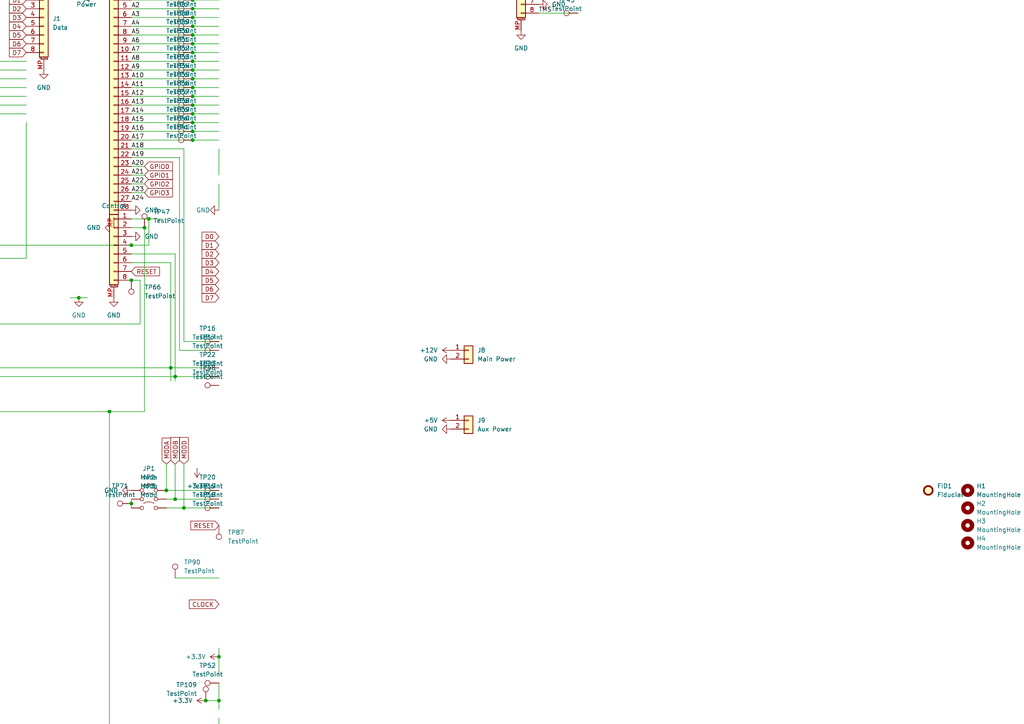
<source format=kicad_sch>
(kicad_sch (version 20250114) (generator "eeschema") (generator_version "9.0")
  (paper "A4")
  (junction (at 31.75 -10.16))
  (junction (at 55.88 40.64))
  (junction (at 38.1 71.12))
  (junction (at 63.5 210.82))
  (junction (at 48.26 142.24))
  (junction (at 55.88 15.24))
  (junction (at 38.1 146.05))
  (junction (at 55.88 5.08))
  (junction (at 41.91 66.04))
  (junction (at 55.88 33.02))
  (junction (at 55.88 0))
  (junction (at 50.8 109.22))
  (junction (at -38.1 16.51))
  (junction (at 55.88 17.78))
  (junction (at 55.88 30.48))
  (junction (at -22.86 36.83))
  (junction (at 59.69 203.2))
  (junction (at 55.88 7.62))
  (junction (at 38.1 -6.35))
  (junction (at 31.75 119.38))
  (junction (at 50.8 144.78))
  (junction (at 55.88 2.54))
  (junction (at 21.59 -10.16))
  (junction (at 55.88 25.4))
  (junction (at 257.81 257.81))
  (junction (at 22.86 86.36))
  (junction (at 63.5 203.2))
  (junction (at 63.5 190.5))
  (junction (at 49.53 106.68))
  (junction (at 55.88 22.86))
  (junction (at 38.1 81.28))
  (junction (at 24.13 -10.16))
  (junction (at 24.13 -22.86))
  (junction (at 53.34 147.32))
  (junction (at 55.88 27.94))
  (junction (at 24.13 -15.24))
  (junction (at 55.88 10.16))
  (junction (at 55.88 38.1))
  (junction (at 55.88 35.56))
  (junction (at 55.88 -2.54))
  (junction (at 55.88 12.7))
  (junction (at 55.88 20.32))
  (junction (at 43.18 63.5))
  (wire (pts (xy 55.88 35.56) (xy 63.5 35.56)))
  (wire (pts (xy 38.1 5.08) (xy 55.88 5.08)))
  (wire (pts (xy 49.53 76.2) (xy 49.53 106.68)))
  (wire (pts (xy -48.26 21.59) (xy -38.1 21.59)))
  (wire (pts (xy -3.81 69.85) (xy -48.26 69.85)))
  (wire (pts (xy 63.5 210.82) (xy 63.5 215.9)))
  (wire (pts (xy -6.35 57.15) (xy -48.26 57.15)))
  (wire (pts (xy 38.1 22.86) (xy 55.88 22.86)))
  (wire (pts (xy 31.75 -10.16) (xy 31.75 -15.24)))
  (wire (pts (xy 48.26 147.32) (xy 53.34 147.32)))
  (wire (pts (xy 38.1 73.66) (xy 50.8 73.66)))
  (wire (pts (xy 21.59 -10.16) (xy 21.59 -12.7)))
  (wire (pts (xy 38.1 20.32) (xy 55.88 20.32)))
  (wire (pts (xy 341.63 185.42) (xy 353.06 185.42)))
  (wire (pts (xy -16.51 17.78) (xy -16.51 29.21)))
  (wire (pts (xy 55.88 7.62) (xy 63.5 7.62)))
  (wire (pts (xy 41.91 66.04) (xy 41.91 119.38)))
  (wire (pts (xy 7.62 30.48) (xy -5.08 30.48)))
  (wire (pts (xy 63.5 187.96) (xy 63.5 190.5)))
  (wire (pts (xy 50.8 167.64) (xy 63.5 167.64)))
  (wire (pts (xy -48.26 -21.59) (xy -30.48 -21.59)))
  (wire (pts (xy 20.32 86.36) (xy 22.86 86.36)))
  (wire (pts (xy 55.88 12.7) (xy 63.5 12.7)))
  (wire (pts (xy -35.56 106.68) (xy -35.56 80.01)))
  (wire (pts (xy 63.5 53.34) (xy 63.5 60.96)))
  (wire (pts (xy 53.34 147.32) (xy 63.5 147.32)))
  (wire (pts (xy 55.88 30.48) (xy 63.5 30.48)))
  (wire (pts (xy 50.8 109.22) (xy 63.5 109.22)))
  (wire (pts (xy -38.1 109.22) (xy -38.1 82.55)))
  (wire (pts (xy -35.56 80.01) (xy -48.26 80.01)))
  (wire (pts (xy 59.69 210.82) (xy 63.5 210.82)))
  (wire (pts (xy -30.48 -21.59) (xy -30.48 119.38)))
  (wire (pts (xy 24.13 -10.16) (xy 26.67 -10.16)))
  (wire (pts (xy 55.88 -2.54) (xy 63.5 -2.54)))
  (wire (pts (xy 24.13 -15.24) (xy 24.13 -10.16)))
  (wire (pts (xy 48.26 134.62) (xy 48.26 142.24)))
  (wire (pts (xy 38.1 10.16) (xy 55.88 10.16)))
  (wire (pts (xy -8.89 46.99) (xy -48.26 46.99)))
  (wire (pts (xy 38.1 146.05) (xy 38.1 147.32)))
  (wire (pts (xy 38.1 25.4) (xy 55.88 25.4)))
  (wire (pts (xy 41.91 48.26) (xy 38.1 48.26)))
  (wire (pts (xy 49.53 106.68) (xy -35.56 106.68)))
  (wire (pts (xy 24.13 -22.86) (xy 24.13 -15.24)))
  (wire (pts (xy 49.53 106.68) (xy 49.53 110.49)))
  (wire (pts (xy 7.62 74.93) (xy -48.26 74.93)))
  (wire (pts (xy -8.89 25.4) (xy -8.89 46.99)))
  (wire (pts (xy 55.88 27.94) (xy 63.5 27.94)))
  (wire (pts (xy -26.67 16.51) (xy -38.1 16.51)))
  (wire (pts (xy 7.62 17.78) (xy -16.51 17.78)))
  (wire (pts (xy 38.1 71.12) (xy 43.18 71.12)))
  (wire (pts (xy 52.07 101.6) (xy 63.5 101.6)))
  (wire (pts (xy 38.1 7.62) (xy 55.88 7.62)))
  (wire (pts (xy 55.88 0) (xy 63.5 0)))
  (wire (pts (xy 31.75 -10.16) (xy 34.29 -10.16)))
  (wire (pts (xy -6.35 27.94) (xy -6.35 57.15)))
  (wire (pts (xy 38.1 35.56) (xy 55.88 35.56)))
  (wire (pts (xy 38.1 -6.35) (xy 38.1 -5.08)))
  (wire (pts (xy 63.5 43.18) (xy 63.5 50.8)))
  (wire (pts (xy -13.97 20.32) (xy -13.97 34.29)))
  (wire (pts (xy 55.88 33.02) (xy 63.5 33.02)))
  (wire (pts (xy -26.67 71.12) (xy -26.67 16.51)))
  (wire (pts (xy 41.91 66.04) (xy 38.1 66.04)))
  (wire (pts (xy -11.43 22.86) (xy -11.43 41.91)))
  (wire (pts (xy -22.86 36.83) (xy -22.86 52.07)))
  (wire (pts (xy -48.26 36.83) (xy -22.86 36.83)))
  (wire (pts (xy 248.92 250.19) (xy 257.81 250.19)))
  (wire (pts (xy 63.5 203.2) (xy 63.5 205.74)))
  (wire (pts (xy 53.34 43.18) (xy 38.1 43.18)))
  (wire (pts (xy 38.1 15.24) (xy 55.88 15.24)))
  (wire (pts (xy 52.07 101.6) (xy 52.07 45.72)))
  (wire (pts (xy 31.75 231.14) (xy 181.61 231.14)))
  (wire (pts (xy -3.81 33.02) (xy -3.81 69.85)))
  (wire (pts (xy 345.44 140.97) (xy 351.79 140.97)))
  (wire (pts (xy -13.97 34.29) (xy -48.26 34.29)))
  (wire (pts (xy -5.08 62.23) (xy -48.26 62.23)))
  (wire (pts (xy 40.64 93.98) (xy -3.81 93.98)))
  (wire (pts (xy 248.92 257.81) (xy 257.81 257.81)))
  (wire (pts (xy 50.8 109.22) (xy -38.1 109.22)))
  (wire (pts (xy 248.92 255.27) (xy 257.81 255.27)))
  (wire (pts (xy 156.21 -11.43) (xy 167.64 -11.43)))
  (wire (pts (xy 55.88 10.16) (xy 63.5 10.16)))
  (wire (pts (xy 22.86 86.36) (xy 25.4 86.36)))
  (wire (pts (xy -30.48 119.38) (xy 31.75 119.38)))
  (wire (pts (xy 7.62 22.86) (xy -11.43 22.86)))
  (wire (pts (xy 7.62 35.56) (xy 7.62 74.93)))
  (wire (pts (xy 156.21 -1.27) (xy 167.64 -1.27)))
  (wire (pts (xy 53.34 99.06) (xy 53.34 43.18)))
  (wire (pts (xy -48.26 52.07) (xy -22.86 52.07)))
  (wire (pts (xy 38.1 2.54) (xy 55.88 2.54)))
  (wire (pts (xy 41.91 55.88) (xy 38.1 55.88)))
  (wire (pts (xy 63.5 190.5) (xy 63.5 195.58)))
  (wire (pts (xy 41.91 50.8) (xy 38.1 50.8)))
  (wire (pts (xy 38.1 40.64) (xy 55.88 40.64)))
  (wire (pts (xy 309.88 115.57) (xy 309.88 106.68)))
  (wire (pts (xy -17.78 -19.05) (xy -48.26 -19.05)))
  (wire (pts (xy 7.62 20.32) (xy -13.97 20.32)))
  (wire (pts (xy 41.91 119.38) (xy 31.75 119.38)))
  (wire (pts (xy 38.1 17.78) (xy 55.88 17.78)))
  (wire (pts (xy 43.18 63.5) (xy 46.99 63.5)))
  (wire (pts (xy 38.1 76.2) (xy 49.53 76.2)))
  (wire (pts (xy 55.88 25.4) (xy 63.5 25.4)))
  (wire (pts (xy -5.08 30.48) (xy -5.08 62.23)))
  (wire (pts (xy 55.88 20.32) (xy 63.5 20.32)))
  (wire (pts (xy 156.21 -6.35) (xy 167.64 -6.35)))
  (wire (pts (xy 38.1 81.28) (xy 40.64 81.28)))
  (wire (pts (xy 248.92 252.73) (xy 257.81 252.73)))
  (wire (pts (xy 52.07 45.72) (xy 38.1 45.72)))
  (wire (pts (xy 38.1 33.02) (xy 55.88 33.02)))
  (wire (pts (xy 50.8 144.78) (xy 63.5 144.78)))
  (wire (pts (xy 41.91 53.34) (xy 38.1 53.34)))
  (wire (pts (xy 59.69 203.2) (xy 63.5 203.2)))
  (wire (pts (xy 21.59 -12.7) (xy -17.78 -12.7)))
  (wire (pts (xy -11.43 41.91) (xy -48.26 41.91)))
  (wire (pts (xy 43.18 63.5) (xy 38.1 63.5)))
  (wire (pts (xy 38.1 27.94) (xy 55.88 27.94)))
  (wire (pts (xy 55.88 38.1) (xy 63.5 38.1)))
  (wire (pts (xy 55.88 40.64) (xy 63.5 40.64)))
  (wire (pts (xy 49.53 106.68) (xy 63.5 106.68)))
  (wire (pts (xy -38.1 21.59) (xy -38.1 16.51)))
  (wire (pts (xy 31.75 119.38) (xy 31.75 231.14)))
  (wire (pts (xy -38.1 82.55) (xy -48.26 82.55)))
  (wire (pts (xy 50.8 109.22) (xy 50.8 110.49)))
  (wire (pts (xy 7.62 25.4) (xy -8.89 25.4)))
  (wire (pts (xy 55.88 15.24) (xy 63.5 15.24)))
  (wire (pts (xy 50.8 73.66) (xy 50.8 109.22)))
  (wire (pts (xy -38.1 16.51) (xy -48.26 16.51)))
  (wire (pts (xy -17.78 -12.7) (xy -17.78 -19.05)))
  (wire (pts (xy 55.88 17.78) (xy 63.5 17.78)))
  (wire (pts (xy 38.1 12.7) (xy 55.88 12.7)))
  (wire (pts (xy 55.88 5.08) (xy 63.5 5.08)))
  (wire (pts (xy 48.26 144.78) (xy 50.8 144.78)))
  (wire (pts (xy 7.62 27.94) (xy -6.35 27.94)))
  (wire (pts (xy 19.05 -15.24) (xy 24.13 -15.24)))
  (wire (pts (xy 48.26 142.24) (xy 63.5 142.24)))
  (wire (pts (xy -48.26 77.47) (xy -3.81 77.47)))
  (wire (pts (xy -26.67 71.12) (xy 38.1 71.12)))
  (wire (pts (xy 55.88 22.86) (xy 63.5 22.86)))
  (wire (pts (xy 31.75 -15.24) (xy 35.56 -15.24)))
  (wire (pts (xy 43.18 71.12) (xy 43.18 63.5)))
  (wire (pts (xy 38.1 -2.54) (xy 55.88 -2.54)))
  (wire (pts (xy 53.34 134.62) (xy 53.34 147.32)))
  (wire (pts (xy 156.21 3.81) (xy 167.64 3.81)))
  (wire (pts (xy 40.64 81.28) (xy 40.64 93.98)))
  (wire (pts (xy 38.1 30.48) (xy 55.88 30.48)))
  (wire (pts (xy 38.1 38.1) (xy 55.88 38.1)))
  (wire (pts (xy -22.86 -10.16) (xy -22.86 36.83)))
  (wire (pts (xy 345.44 106.68) (xy 353.06 106.68)))
  (wire (pts (xy 38.1 144.78) (xy 38.1 146.05)))
  (wire (pts (xy 19.05 -10.16) (xy 19.05 -15.24)))
  (wire (pts (xy 16.51 -10.16) (xy -22.86 -10.16)))
  (wire (pts (xy 63.5 208.28) (xy 63.5 210.82)))
  (wire (pts (xy 38.1 0) (xy 55.88 0)))
  (wire (pts (xy 63.5 198.12) (xy 63.5 203.2)))
  (wire (pts (xy -16.51 29.21) (xy -48.26 29.21)))
  (wire (pts (xy -3.81 93.98) (xy -3.81 77.47)))
  (wire (pts (xy 29.21 -10.16) (xy 31.75 -10.16)))
  (wire (pts (xy 63.5 99.06) (xy 53.34 99.06)))
  (wire (pts (xy 55.88 2.54) (xy 63.5 2.54)))
  (wire (pts (xy 38.1 -7.62) (xy 38.1 -6.35)))
  (wire (pts (xy 7.62 33.02) (xy -3.81 33.02)))
  (wire (pts (xy 50.8 134.62) (xy 50.8 144.78)))
  (label "A19" (at -48.26 -44.45 0))
  (label "A17" (at 38.1 40.64 0))
  (label "A5" (at 38.1 10.16 0))
  (label "A12" (at 38.1 27.94 0))
  (label "A13" (at 38.1 30.48 0))
  (label "A8" (at -48.26 -6.35 0))
  (label "A20" (at -48.26 -46.99 0))
  (label "A10" (at 38.1 22.86 0))
  (label "A16" (at 38.1 38.1 0))
  (label "A14" (at 38.1 33.02 0))
  (label "A18" (at -48.26 -41.91 0))
  (label "A21" (at 38.1 50.8 0))
  (label "A1" (at -48.26 13.97 0))
  (label "A11" (at -48.26 -13.97 0))
  (label "A22" (at 38.1 53.34 0))
  (label "A24" (at -48.26 85.09 0))
  (label "A15" (at 38.1 35.56 0))
  (label "TDI" (at 156.21 -11.43 0))
  (label "A12" (at -48.26 -24.13 0))
  (label "A15" (at -48.26 -31.75 0))
  (label "A9" (at -48.26 -8.89 0))
  (label "A18" (at 38.1 43.18 0))
  (label "A1" (at 38.1 0 0))
  (label "A5" (at -48.26 3.81 0))
  (label "A4" (at -48.26 6.35 0))
  (label "A3" (at -48.26 8.89 0))
  (label "A0" (at 38.1 -2.54 0))
  (label "A14" (at -48.26 -29.21 0))
  (label "A19" (at 38.1 45.72 0))
  (label "A8" (at 38.1 17.78 0))
  (label "A22" (at -48.26 -54.61 0))
  (label "A6" (at 38.1 12.7 0))
  (label "A0" (at -48.26 24.13 0))
  (label "A9" (at 38.1 20.32 0))
  (label "A10" (at -48.26 -11.43 0))
  (label "A20" (at 38.1 48.26 0))
  (label "A21" (at -48.26 -49.53 0))
  (label "A7" (at -48.26 -1.27 0))
  (label "TCK" (at 156.21 -6.35 0))
  (label "A2" (at -48.26 11.43 0))
  (label "A11" (at 38.1 25.4 0))
  (label "A3" (at 38.1 5.08 0))
  (label "A6" (at -48.26 1.27 0))
  (label "A16" (at -48.26 -36.83 0))
  (label "A13" (at -48.26 -26.67 0))
  (label "A4" (at 38.1 7.62 0))
  (label "A7" (at 38.1 15.24 0))
  (label "A17" (at -48.26 -39.37 0))
  (label "A2" (at 38.1 2.54 0))
  (label "TMS" (at 156.21 3.81 0))
  (label "A24" (at 38.1 58.42 0))
  (label "TDO" (at 156.21 -1.27 0))
  (label "A23" (at 38.1 55.88 0))
  (global_label "D2" (shape input) (at 63.5 73.66 180) (property "Intersheetrefs" "${INTERSHEET_REFS}" (effects (hide yes))))
  (global_label "D3" (shape input) (at 7.62 5.08 180) (property "Intersheetrefs" "${INTERSHEET_REFS}" (effects (hide yes))))
  (global_label "GPIO0" (shape input) (at -48.26 -46.99 0) (property "Intersheetrefs" "${INTERSHEET_REFS}" (effects (hide yes))))
  (global_label "D4" (shape input) (at 63.5 78.74 180) (property "Intersheetrefs" "${INTERSHEET_REFS}" (effects (hide yes))))
  (global_label "D0" (shape input) (at 63.5 68.58 180) (property "Intersheetrefs" "${INTERSHEET_REFS}" (effects (hide yes))))
  (global_label "RESET" (shape input) (at 63.5 152.4 180) (property "Intersheetrefs" "${INTERSHEET_REFS}" (effects (hide yes))))
  (global_label "D1" (shape input) (at 63.5 71.12 180) (property "Intersheetrefs" "${INTERSHEET_REFS}" (effects (hide yes))))
  (global_label "D7" (shape input) (at 7.62 15.24 180) (property "Intersheetrefs" "${INTERSHEET_REFS}" (effects (hide yes))))
  (global_label "D0" (shape input) (at 7.62 -2.54 180) (property "Intersheetrefs" "${INTERSHEET_REFS}" (effects (hide yes))))
  (global_label "D2" (shape input) (at 7.62 2.54 180) (property "Intersheetrefs" "${INTERSHEET_REFS}" (effects (hide yes))))
  (global_label "CLOCK" (shape input) (at 63.5 175.26 180) (property "Intersheetrefs" "${INTERSHEET_REFS}" (effects (hide yes))))
  (global_label "RESET" (shape input) (at 175.26 -54.61 180) (property "Intersheetrefs" "${INTERSHEET_REFS}" (effects (hide yes))))
  (global_label "D5" (shape input) (at 63.5 81.28 180) (property "Intersheetrefs" "${INTERSHEET_REFS}" (effects (hide yes))))
  (global_label "MODB" (shape input) (at 50.8 134.62 90) (property "Intersheetrefs" "${INTERSHEET_REFS}" (effects (hide yes))))
  (global_label "RESET" (shape input) (at -48.26 -16.51 0) (property "Intersheetrefs" "${INTERSHEET_REFS}" (effects (hide yes))))
  (global_label "D3" (shape input) (at 63.5 76.2 180) (property "Intersheetrefs" "${INTERSHEET_REFS}" (effects (hide yes))))
  (global_label "GPIO0" (shape input) (at 41.91 48.26 0) (property "Intersheetrefs" "${INTERSHEET_REFS}" (effects (hide yes))))
  (global_label "D4" (shape input) (at -48.26 54.61 0) (property "Intersheetrefs" "${INTERSHEET_REFS}" (effects (hide yes))))
  (global_label "D2" (shape input) (at 275.59 289.56 0) (property "Intersheetrefs" "${INTERSHEET_REFS}" (effects (hide yes))))
  (global_label "GPIO1" (shape input) (at 41.91 50.8 0) (property "Intersheetrefs" "${INTERSHEET_REFS}" (effects (hide yes))))
  (global_label "D0" (shape input) (at -48.26 26.67 0) (property "Intersheetrefs" "${INTERSHEET_REFS}" (effects (hide yes))))
  (global_label "D3" (shape input) (at 275.59 292.1 0) (property "Intersheetrefs" "${INTERSHEET_REFS}" (effects (hide yes))))
  (global_label "D7" (shape input) (at -48.26 72.39 0) (property "Intersheetrefs" "${INTERSHEET_REFS}" (effects (hide yes))))
  (global_label "D5" (shape input) (at -48.26 59.69 0) (property "Intersheetrefs" "${INTERSHEET_REFS}" (effects (hide yes))))
  (global_label "D4" (shape input) (at 275.59 294.64 0) (property "Intersheetrefs" "${INTERSHEET_REFS}" (effects (hide yes))))
  (global_label "D6" (shape input) (at 63.5 83.82 180) (property "Intersheetrefs" "${INTERSHEET_REFS}" (effects (hide yes))))
  (global_label "D5" (shape input) (at 7.62 10.16 180) (property "Intersheetrefs" "${INTERSHEET_REFS}" (effects (hide yes))))
  (global_label "GPIO2" (shape input) (at -48.26 -54.61 0) (property "Intersheetrefs" "${INTERSHEET_REFS}" (effects (hide yes))))
  (global_label "D5" (shape input) (at 275.59 297.18 0) (property "Intersheetrefs" "${INTERSHEET_REFS}" (effects (hide yes))))
  (global_label "GPIO0" (shape input) (at 257.81 250.19 0) (property "Intersheetrefs" "${INTERSHEET_REFS}" (effects (hide yes))))
  (global_label "D0" (shape input) (at 275.59 284.48 0) (property "Intersheetrefs" "${INTERSHEET_REFS}" (effects (hide yes))))
  (global_label "D1" (shape input) (at -48.26 31.75 0) (property "Intersheetrefs" "${INTERSHEET_REFS}" (effects (hide yes))))
  (global_label "D7" (shape input) (at 275.59 302.26 0) (property "Intersheetrefs" "${INTERSHEET_REFS}" (effects (hide yes))))
  (global_label "D6" (shape input) (at 275.59 299.72 0) (property "Intersheetrefs" "${INTERSHEET_REFS}" (effects (hide yes))))
  (global_label "GPIO1" (shape input) (at -48.26 -49.53 0) (property "Intersheetrefs" "${INTERSHEET_REFS}" (effects (hide yes))))
  (global_label "D2" (shape input) (at -48.26 39.37 0) (property "Intersheetrefs" "${INTERSHEET_REFS}" (effects (hide yes))))
  (global_label "D6" (shape input) (at -48.26 67.31 0) (property "Intersheetrefs" "${INTERSHEET_REFS}" (effects (hide yes))))
  (global_label "RESET" (shape input) (at 38.1 78.74 0) (property "Intersheetrefs" "${INTERSHEET_REFS}" (effects (hide yes))))
  (global_label "D6" (shape input) (at 7.62 12.7 180) (property "Intersheetrefs" "${INTERSHEET_REFS}" (effects (hide yes))))
  (global_label "GPIO3" (shape input) (at -48.26 19.05 0) (property "Intersheetrefs" "${INTERSHEET_REFS}" (effects (hide yes))))
  (global_label "MODA" (shape input) (at 48.26 134.62 90) (property "Intersheetrefs" "${INTERSHEET_REFS}" (effects (hide yes))))
  (global_label "D1" (shape input) (at 7.62 0 180) (property "Intersheetrefs" "${INTERSHEET_REFS}" (effects (hide yes))))
  (global_label "D1" (shape input) (at 275.59 287.02 0) (property "Intersheetrefs" "${INTERSHEET_REFS}" (effects (hide yes))))
  (global_label "GPIO3" (shape input) (at 41.91 55.88 0) (property "Intersheetrefs" "${INTERSHEET_REFS}" (effects (hide yes))))
  (global_label "GPIO2" (shape input) (at 257.81 255.27 0) (property "Intersheetrefs" "${INTERSHEET_REFS}" (effects (hide yes))))
  (global_label "GPIO3" (shape input) (at 257.81 257.81 0) (property "Intersheetrefs" "${INTERSHEET_REFS}" (effects (hide yes))))
  (global_label "GPIO2" (shape input) (at 41.91 53.34 0) (property "Intersheetrefs" "${INTERSHEET_REFS}" (effects (hide yes))))
  (global_label "D3" (shape input) (at -48.26 44.45 0) (property "Intersheetrefs" "${INTERSHEET_REFS}" (effects (hide yes))))
  (global_label "MODD" (shape input) (at 53.34 134.62 90) (property "Intersheetrefs" "${INTERSHEET_REFS}" (effects (hide yes))))
  (global_label "GPIO1" (shape input) (at 257.81 252.73 0) (property "Intersheetrefs" "${INTERSHEET_REFS}" (effects (hide yes))))
  (global_label "D4" (shape input) (at 7.62 7.62 180) (property "Intersheetrefs" "${INTERSHEET_REFS}" (effects (hide yes))))
  (global_label "D7" (shape input) (at 63.5 86.36 180) (property "Intersheetrefs" "${INTERSHEET_REFS}" (effects (hide yes))))
  (symbol (lib_id "Connector:TestPoint") (at 175.26 -54.61 180) (unit 1)
    (property "Reference" "TP69" (at 177.8 -52.5781 0) (effects (justify right)))
    (property "Value" "TestPoint" (at 177.8 -50.0381 0) (effects (justify right)))
    (property "Footprint" "TestPoint:TestPoint_THTPad_D2.0mm_Drill1.0mm" (effects (hide yes)))
    (property "Description" "test point" (effects (hide yes)))
  )
  (symbol (lib_id "Connector_Generic_MountingPin:Conn_01x28_MountingPin") (at -53.34 -21.59 0) (mirror y) (unit 1)
    (property "Reference" "J5" (at -53.34 -59.69 0))
    (property "Value" "1-28" (at -53.34 -57.15 0))
    (property "Footprint" "Connector_FFC-FPC:TE_2-84952-8_1x28-1MP_P1.0mm_Horizontal" (effects (hide yes)))
    (property "Description" "Generic connectable mounting pin connector, single row, 01x28, script generated (kicad-library-utils/schlib/autogen/connector/)" (effects (hide yes)))
  )
  (symbol (lib_id "power:+12V") (at 130.81 101.6 90) (unit 1)
    (property "Reference" "#PWR090" (effects (hide yes)))
    (property "Value" "+12V" (at 127 101.5999 90) (effects (justify left)))
    (property "Description" "Power symbol creates a global label with name \"+12V\"" (effects (hide yes)))
  )
  (symbol (lib_id "power:GND") (at 38.1 -6.35 90) (unit 1)
    (property "Reference" "#PWR0133" (effects (hide yes)))
    (property "Value" "GND" (at 41.91 -6.3501 90) (effects (justify right)))
    (property "Description" "Power symbol creates a global label with name \"GND\" , ground" (effects (hide yes)))
  )
  (symbol (lib_id "Connector:TestPoint") (at 275.59 289.56 90) (unit 1)
    (property "Reference" "TP3" (at 272.288 285.75 90))
    (property "Value" "TestPoint" (at 272.288 288.29 90))
    (property "Footprint" "TestPoint:TestPoint_THTPad_D2.0mm_Drill1.0mm" (effects (hide yes)))
    (property "Description" "test point" (effects (hide yes)))
  )
  (symbol (lib_id "power:GND") (at -48.26 64.77 90) (unit 1)
    (property "Reference" "#PWR0127" (effects (hide yes)))
    (property "Value" "GND" (at -43.18 64.7699 90) (effects (justify right)))
    (property "Description" "Power symbol creates a global label with name \"GND\" , ground" (effects (hide yes)))
  )
  (symbol (lib_id "Connector_Generic_MountingPin:Conn_01x08_MountingPin") (at 33.02 71.12 0) (mirror y) (unit 1)
    (property "Reference" "J2" (effects (hide yes)))
    (property "Value" "Control" (at 33.02 59.69 0))
    (property "Footprint" "Connector_FFC-FPC:TE_84952-8_1x08-1MP_P1.0mm_Horizontal" (effects (hide yes)))
    (property "Description" "Generic connectable mounting pin connector, single row, 01x08, script generated (kicad-library-utils/schlib/autogen/connector/)" (effects (hide yes)))
  )
  (symbol (lib_id "Connector:TestPoint") (at 257.81 257.81 180) (unit 1)
    (property "Reference" "TP63" (at 261.62 259.8419 0) (effects (justify right)))
    (property "Value" "TestPoint" (at 261.62 262.3819 0) (effects (justify right)))
    (property "Footprint" "TestPoint:TestPoint_THTPad_D2.0mm_Drill1.0mm" (effects (hide yes)))
    (property "Description" "test point" (effects (hide yes)))
  )
  (symbol (lib_id "power:GND") (at -48.26 49.53 90) (unit 1)
    (property "Reference" "#PWR0126" (effects (hide yes)))
    (property "Value" "GND" (at -43.18 49.5299 90) (effects (justify right)))
    (property "Description" "Power symbol creates a global label with name \"GND\" , ground" (effects (hide yes)))
  )
  (symbol (lib_id "Connector:TestPoint") (at 275.59 297.18 90) (unit 1)
    (property "Reference" "TP6" (at 272.288 293.37 90))
    (property "Value" "TestPoint" (at 272.288 295.91 90))
    (property "Footprint" "TestPoint:TestPoint_THTPad_D2.0mm_Drill1.0mm" (effects (hide yes)))
    (property "Description" "test point" (effects (hide yes)))
  )
  (symbol (lib_id "Connector:TestPoint") (at 55.88 38.1 90) (unit 1)
    (property "Reference" "TP40" (at 52.578 34.29 90))
    (property "Value" "TestPoint" (at 52.578 36.83 90))
    (property "Footprint" "TestPoint:TestPoint_THTPad_D2.0mm_Drill1.0mm" (effects (hide yes)))
    (property "Description" "test point" (effects (hide yes)))
  )
  (symbol (lib_id "Connector:TestPoint") (at 257.81 252.73 90) (unit 1)
    (property "Reference" "TP12" (at 254.508 248.92 90))
    (property "Value" "TestPoint" (at 254.508 251.46 90))
    (property "Footprint" "TestPoint:TestPoint_THTPad_D2.0mm_Drill1.0mm" (effects (hide yes)))
    (property "Description" "test point" (effects (hide yes)))
  )
  (symbol (lib_id "Connector_Generic_MountingPin:Conn_01x08_MountingPin") (at 26.67 -5.08 270) (unit 1)
    (property "Reference" "J4" (at 25.0444 0 90))
    (property "Value" "Power" (at 25.0444 1.27 90))
    (property "Footprint" "Connector_FFC-FPC:TE_84952-8_1x08-1MP_P1.0mm_Horizontal" (effects (hide yes)))
    (property "Description" "Generic connectable mounting pin connector, single row, 01x08, script generated (kicad-library-utils/schlib/autogen/connector/)" (effects (hide yes)))
  )
  (symbol (lib_id "power:GND") (at 35.56 -15.24 0) (unit 1)
    (property "Reference" "#PWR016" (effects (hide yes)))
    (property "Value" "GND" (at 35.56 -10.16 0))
    (property "Description" "Power symbol creates a global label with name \"GND\" , ground" (effects (hide yes)))
  )
  (symbol (lib_id "power:+3.3V") (at 24.13 -22.86 90) (unit 1)
    (property "Reference" "#PWR0123" (effects (hide yes)))
    (property "Value" "+3.3V" (at 20.32 -22.8601 90) (effects (justify left)))
    (property "Description" "Power symbol creates a global label with name \"+3.3V\"" (effects (hide yes)))
  )
  (symbol (lib_id "Connector:TestPoint") (at 63.5 109.22 90) (unit 1)
    (property "Reference" "TP23" (at 60.198 105.41 90))
    (property "Value" "TestPoint" (at 60.198 107.95 90))
    (property "Footprint" "TestPoint:TestPoint_THTPad_D2.0mm_Drill1.0mm" (effects (hide yes)))
    (property "Description" "test point" (effects (hide yes)))
  )
  (symbol (lib_id "power:GND") (at 156.21 -8.89 90) (unit 1)
    (property "Reference" "#PWR028" (effects (hide yes)))
    (property "Value" "GND" (at 160.02 -8.8901 90) (effects (justify right)))
    (property "Description" "Power symbol creates a global label with name \"GND\" , ground" (effects (hide yes)))
  )
  (symbol (lib_id "Connector:TestPoint") (at 275.59 284.48 90) (unit 1)
    (property "Reference" "TP1" (at 272.288 280.67 90))
    (property "Value" "TestPoint" (at 272.288 283.21 90))
    (property "Footprint" "TestPoint:TestPoint_THTPad_D2.0mm_Drill1.0mm" (effects (hide yes)))
    (property "Description" "test point" (effects (hide yes)))
  )
  (symbol (lib_id "power:GND") (at 38.1 68.58 90) (unit 1)
    (property "Reference" "#PWR0121" (effects (hide yes)))
    (property "Value" "GND" (at 41.91 68.5799 90) (effects (justify right)))
    (property "Description" "Power symbol creates a global label with name \"GND\" , ground" (effects (hide yes)))
  )
  (symbol (lib_id "Connector:TestPoint") (at 275.59 294.64 90) (unit 1)
    (property "Reference" "TP5" (at 272.288 290.83 90))
    (property "Value" "TestPoint" (at 272.288 293.37 90))
    (property "Footprint" "TestPoint:TestPoint_THTPad_D2.0mm_Drill1.0mm" (effects (hide yes)))
    (property "Description" "test point" (effects (hide yes)))
  )
  (symbol (lib_id "Connector:TestPoint") (at 167.64 -1.27 90) (unit 1)
    (property "Reference" "TP44" (at 164.338 -5.08 90))
    (property "Value" "TestPoint" (at 164.338 -2.54 90))
    (property "Footprint" "TestPoint:TestPoint_THTPad_D2.0mm_Drill1.0mm" (effects (hide yes)))
    (property "Description" "test point" (effects (hide yes)))
  )
  (symbol (lib_id "power:+3.3V") (at 57.15 135.89 180) (unit 1)
    (property "Reference" "#PWR0117" (effects (hide yes)))
    (property "Value" "+3.3V" (at 57.15 140.97 0))
    (property "Description" "Power symbol creates a global label with name \"+3.3V\"" (effects (hide yes)))
  )
  (symbol (lib_id "power:GND") (at 38.1 60.96 90) (unit 1)
    (property "Reference" "#PWR0129" (effects (hide yes)))
    (property "Value" "GND" (at 41.91 60.9599 90) (effects (justify right)))
    (property "Description" "Power symbol creates a global label with name \"GND\" , ground" (effects (hide yes)))
  )
  (symbol (lib_id "Connector:TestPoint") (at 38.1 146.05 90) (unit 1)
    (property "Reference" "TP71" (at 34.798 140.97 90))
    (property "Value" "TestPoint" (at 34.798 143.51 90))
    (property "Footprint" "TestPoint:TestPoint_THTPad_D2.0mm_Drill1.0mm" (effects (hide yes)))
    (property "Description" "test point" (effects (hide yes)))
  )
  (symbol (lib_id "power:GND") (at -48.26 -3.81 90) (unit 1)
    (property "Reference" "#PWR0125" (effects (hide yes)))
    (property "Value" "GND" (at -43.18 -3.8101 90) (effects (justify right)))
    (property "Description" "Power symbol creates a global label with name \"GND\" , ground" (effects (hide yes)))
  )
  (symbol (lib_id "Connector:TestPoint") (at 55.88 25.4 90) (unit 1)
    (property "Reference" "TP35" (at 52.578 21.59 90))
    (property "Value" "TestPoint" (at 52.578 24.13 90))
    (property "Footprint" "TestPoint:TestPoint_THTPad_D2.0mm_Drill1.0mm" (effects (hide yes)))
    (property "Description" "test point" (effects (hide yes)))
  )
  (symbol (lib_id "power:+12V") (at 309.88 106.68 0) (unit 1)
    (property "Reference" "#PWR089" (effects (hide yes)))
    (property "Value" "+12V" (at 309.88 101.6 0))
    (property "Description" "Power symbol creates a global label with name \"+12V\"" (effects (hide yes)))
  )
  (symbol (lib_id "Connector:TestPoint") (at 55.88 0 90) (unit 1)
    (property "Reference" "TP25" (at 52.578 -3.81 90))
    (property "Value" "TestPoint" (at 52.578 -1.27 90))
    (property "Footprint" "TestPoint:TestPoint_THTPad_D2.0mm_Drill1.0mm" (effects (hide yes)))
    (property "Description" "test point" (effects (hide yes)))
  )
  (symbol (lib_id "Connector:TestPoint") (at 55.88 40.64 90) (unit 1)
    (property "Reference" "TP41" (at 52.578 36.83 90))
    (property "Value" "TestPoint" (at 52.578 39.37 90))
    (property "Footprint" "TestPoint:TestPoint_THTPad_D2.0mm_Drill1.0mm" (effects (hide yes)))
    (property "Description" "test point" (effects (hide yes)))
  )
  (symbol (lib_id "Connector:TestPoint") (at 21.59 -10.16 0) (unit 1)
    (property "Reference" "TP49" (at 24.13 -14.7321 0) (effects (justify left)))
    (property "Value" "TestPoint" (at 24.13 -12.1921 0) (effects (justify left)))
    (property "Footprint" "TestPoint:TestPoint_THTPad_D2.0mm_Drill1.0mm" (effects (hide yes)))
    (property "Description" "test point" (effects (hide yes)))
  )
  (symbol (lib_id "Connector:TestPoint") (at 55.88 22.86 90) (unit 1)
    (property "Reference" "TP34" (at 52.578 19.05 90))
    (property "Value" "TestPoint" (at 52.578 21.59 90))
    (property "Footprint" "TestPoint:TestPoint_THTPad_D2.0mm_Drill1.0mm" (effects (hide yes)))
    (property "Description" "test point" (effects (hide yes)))
  )
  (symbol (lib_id "Connector:TestPoint") (at 55.88 35.56 90) (unit 1)
    (property "Reference" "TP39" (at 52.578 31.75 90))
    (property "Value" "TestPoint" (at 52.578 34.29 90))
    (property "Footprint" "TestPoint:TestPoint_THTPad_D2.0mm_Drill1.0mm" (effects (hide yes)))
    (property "Description" "test point" (effects (hide yes)))
  )
  (symbol (lib_id "Connector:TestPoint") (at 55.88 12.7 90) (unit 1)
    (property "Reference" "TP30" (at 52.578 8.89 90))
    (property "Value" "TestPoint" (at 52.578 11.43 90))
    (property "Footprint" "TestPoint:TestPoint_THTPad_D2.0mm_Drill1.0mm" (effects (hide yes)))
    (property "Description" "test point" (effects (hide yes)))
  )
  (symbol (lib_id "Mechanical:MountingHole") (at 280.67 142.24 0) (unit 1) (exclude_from_sim yes) (in_bom no)
    (property "Reference" "H1" (at 283.21 140.9699 0) (effects (justify left)))
    (property "Value" "MountingHole" (at 283.21 143.5099 0) (effects (justify left)))
    (property "Footprint" "MountingHole:MountingHole_4mm" (effects (hide yes)))
    (property "Description" "Mounting Hole without connection" (effects (hide yes)))
  )
  (symbol (lib_id "Connector:TestPoint") (at 63.5 147.32 90) (unit 1)
    (property "Reference" "TP18" (at 60.198 143.51 90))
    (property "Value" "TestPoint" (at 60.198 146.05 90))
    (property "Footprint" "TestPoint:TestPoint_THTPad_D2.0mm_Drill1.0mm" (effects (hide yes)))
    (property "Description" "test point" (effects (hide yes)))
  )
  (symbol (lib_id "power:GND") (at -53.34 90.17 0) (unit 1)
    (property "Reference" "#PWR0128" (effects (hide yes)))
    (property "Value" "GND" (at -53.34 95.25 0))
    (property "Description" "Power symbol creates a global label with name \"GND\" , ground" (effects (hide yes)))
  )
  (symbol (lib_id "Connector:TestPoint") (at 55.88 10.16 90) (unit 1)
    (property "Reference" "TP29" (at 52.578 6.35 90))
    (property "Value" "TestPoint" (at 52.578 8.89 90))
    (property "Footprint" "TestPoint:TestPoint_THTPad_D2.0mm_Drill1.0mm" (effects (hide yes)))
    (property "Description" "test point" (effects (hide yes)))
  )
  (symbol (lib_id "Connector:TestPoint") (at 275.59 292.1 90) (unit 1)
    (property "Reference" "TP4" (at 272.288 288.29 90))
    (property "Value" "TestPoint" (at 272.288 290.83 90))
    (property "Footprint" "TestPoint:TestPoint_THTPad_D2.0mm_Drill1.0mm" (effects (hide yes)))
    (property "Description" "test point" (effects (hide yes)))
  )
  (symbol (lib_id "Connector:TestPoint") (at 50.8 167.64 0) (unit 1)
    (property "Reference" "TP90" (at 53.34 163.0679 0) (effects (justify left)))
    (property "Value" "TestPoint" (at 53.34 165.6079 0) (effects (justify left)))
    (property "Footprint" "TestPoint:TestPoint_THTPad_D2.0mm_Drill1.0mm" (effects (hide yes)))
    (property "Description" "test point" (effects (hide yes)))
  )
  (symbol (lib_id "power:GND") (at 33.02 86.36 0) (mirror y) (unit 1)
    (property "Reference" "#PWR023" (effects (hide yes)))
    (property "Value" "GND" (at 33.02 91.44 0))
    (property "Description" "Power symbol creates a global label with name \"GND\" , ground" (effects (hide yes)))
  )
  (symbol (lib_id "power:+3.3V") (at 59.69 203.2 90) (unit 1)
    (property "Reference" "#PWR088" (effects (hide yes)))
    (property "Value" "+3.3V" (at 55.88 203.1999 90) (effects (justify left)))
    (property "Description" "Power symbol creates a global label with name \"+3.3V\"" (effects (hide yes)))
  )
  (symbol (lib_id "power:+3.3V") (at 156.21 -13.97 270) (unit 1)
    (property "Reference" "#PWR0130" (effects (hide yes)))
    (property "Value" "+3.3V" (at 160.02 -13.9701 90) (effects (justify left)))
    (property "Description" "Power symbol creates a global label with name \"+3.3V\"" (effects (hide yes)))
  )
  (symbol (lib_id "Mechanical:MountingHole") (at 280.67 157.48 0) (unit 1) (exclude_from_sim yes) (in_bom no)
    (property "Reference" "H4" (at 283.21 156.2099 0) (effects (justify left)))
    (property "Value" "MountingHole" (at 283.21 158.7499 0) (effects (justify left)))
    (property "Footprint" "MountingHole:MountingHole_4mm" (effects (hide yes)))
    (property "Description" "Mounting Hole without connection" (effects (hide yes)))
  )
  (symbol (lib_id "Connector:TestPoint") (at 341.63 185.42 0) (unit 1)
    (property "Reference" "TP89" (at 344.17 180.8479 0) (effects (justify left)))
    (property "Value" "TestPoint" (at 344.17 183.3879 0) (effects (justify left)))
    (property "Footprint" "TestPoint:TestPoint_THTPad_D2.0mm_Drill1.0mm" (effects (hide yes)))
    (property "Description" "test point" (effects (hide yes)))
  )
  (symbol (lib_id "Connector:TestPoint") (at 55.88 20.32 90) (unit 1)
    (property "Reference" "TP33" (at 52.578 16.51 90))
    (property "Value" "TestPoint" (at 52.578 19.05 90))
    (property "Footprint" "TestPoint:TestPoint_THTPad_D2.0mm_Drill1.0mm" (effects (hide yes)))
    (property "Description" "test point" (effects (hide yes)))
  )
  (symbol (lib_id "power:+3.3V") (at 63.5 190.5 90) (unit 1)
    (property "Reference" "#PWR0118" (effects (hide yes)))
    (property "Value" "+3.3V" (at 59.69 190.4999 90) (effects (justify left)))
    (property "Description" "Power symbol creates a global label with name \"+3.3V\"" (effects (hide yes)))
  )
  (symbol (lib_id "power:GND") (at 151.13 8.89 0) (unit 1)
    (property "Reference" "#PWR025" (effects (hide yes)))
    (property "Value" "GND" (at 151.13 13.97 0))
    (property "Description" "Power symbol creates a global label with name \"GND\" , ground" (effects (hide yes)))
  )
  (symbol (lib_id "Connector:TestPoint") (at 63.5 152.4 180) (unit 1)
    (property "Reference" "TP87" (at 66.04 154.4319 0) (effects (justify right)))
    (property "Value" "TestPoint" (at 66.04 156.9719 0) (effects (justify right)))
    (property "Footprint" "TestPoint:TestPoint_THTPad_D2.0mm_Drill1.0mm" (effects (hide yes)))
    (property "Description" "test point" (effects (hide yes)))
  )
  (symbol (lib_id "Connector:TestPoint") (at 167.64 -11.43 90) (unit 1)
    (property "Reference" "TP42" (at 164.338 -15.24 90))
    (property "Value" "TestPoint" (at 164.338 -12.7 90))
    (property "Footprint" "TestPoint:TestPoint_THTPad_D2.0mm_Drill1.0mm" (effects (hide yes)))
    (property "Description" "test point" (effects (hide yes)))
  )
  (symbol (lib_id "Connector:TestPoint") (at 55.88 7.62 90) (unit 1)
    (property "Reference" "TP28" (at 52.578 3.81 90))
    (property "Value" "TestPoint" (at 52.578 6.35 90))
    (property "Footprint" "TestPoint:TestPoint_THTPad_D2.0mm_Drill1.0mm" (effects (hide yes)))
    (property "Description" "test point" (effects (hide yes)))
  )
  (symbol (lib_id "Connector:TestPoint") (at 63.5 101.6 90) (unit 1)
    (property "Reference" "TP17" (at 60.198 97.79 90))
    (property "Value" "TestPoint" (at 60.198 100.33 90))
    (property "Footprint" "TestPoint:TestPoint_THTPad_D2.0mm_Drill1.0mm" (effects (hide yes)))
    (property "Description" "test point" (effects (hide yes)))
  )
  (symbol (lib_id "Connector:TestPoint") (at 309.88 115.57 180) (unit 1)
    (property "Reference" "TP92" (at 312.42 117.6019 0) (effects (justify right)))
    (property "Value" "TestPoint" (at 312.42 120.1419 0) (effects (justify right)))
    (property "Footprint" "TestPoint:TestPoint_THTPad_D2.0mm_Drill1.0mm" (effects (hide yes)))
    (property "Description" "test point" (effects (hide yes)))
  )
  (symbol (lib_id "Jumper:Jumper_2_Open") (at 43.18 142.24 0) (mirror y) (unit 1) (exclude_from_sim yes)
    (property "Reference" "JP1" (at 43.18 135.89 0))
    (property "Value" "Moda" (at 43.18 138.43 0))
    (property "Footprint" "Jumper:SolderJumper-2_P1.3mm_Open_Pad1.0x1.5mm" (effects (hide yes)))
    (property "Description" "Jumper, 2-pole, open" (effects (hide yes)))
  )
  (symbol (lib_id "power:GND") (at 63.5 215.9 270) (unit 1)
    (property "Reference" "#PWR0116" (effects (hide yes)))
    (property "Value" "GND" (at 60.96 215.8999 90) (effects (justify right)))
    (property "Description" "Power symbol creates a global label with name \"GND\" , ground" (effects (hide yes)))
  )
  (symbol (lib_id "power:GND") (at 130.81 104.14 270) (unit 1)
    (property "Reference" "#PWR029" (effects (hide yes)))
    (property "Value" "GND" (at 127 104.1399 90) (effects (justify right)))
    (property "Description" "Power symbol creates a global label with name \"GND\" , ground" (effects (hide yes)))
  )
  (symbol (lib_id "power:GND") (at 33.02 66.04 270) (unit 1)
    (property "Reference" "#PWR0132" (effects (hide yes)))
    (property "Value" "GND" (at 29.21 66.0399 90) (effects (justify right)))
    (property "Description" "Power symbol creates a global label with name \"GND\" , ground" (effects (hide yes)))
  )
  (symbol (lib_id "Connector:TestPoint") (at 63.5 144.78 90) (unit 1)
    (property "Reference" "TP19" (at 60.198 140.97 90))
    (property "Value" "TestPoint" (at 60.198 143.51 90))
    (property "Footprint" "TestPoint:TestPoint_THTPad_D2.0mm_Drill1.0mm" (effects (hide yes)))
    (property "Description" "test point" (effects (hide yes)))
  )
  (symbol (lib_id "Jumper:Jumper_2_Open") (at 43.18 147.32 0) (mirror y) (unit 1) (exclude_from_sim yes)
    (property "Reference" "JP3" (at 43.18 140.97 0))
    (property "Value" "Modd" (at 43.18 143.51 0))
    (property "Footprint" "Jumper:SolderJumper-2_P1.3mm_Open_Pad1.0x1.5mm" (effects (hide yes)))
    (property "Description" "Jumper, 2-pole, open" (effects (hide yes)))
  )
  (symbol (lib_id "Connector:TestPoint") (at 345.44 140.97 0) (unit 1)
    (property "Reference" "TP73" (at 347.98 136.3979 0) (effects (justify left)))
    (property "Value" "TestPoint" (at 347.98 138.9379 0) (effects (justify left)))
    (property "Footprint" "TestPoint:TestPoint_THTPad_D2.0mm_Drill1.0mm" (effects (hide yes)))
    (property "Description" "test point" (effects (hide yes)))
  )
  (symbol (lib_id "Connector:TestPoint") (at 63.5 142.24 90) (unit 1)
    (property "Reference" "TP20" (at 60.198 138.43 90))
    (property "Value" "TestPoint" (at 60.198 140.97 90))
    (property "Footprint" "TestPoint:TestPoint_THTPad_D2.0mm_Drill1.0mm" (effects (hide yes)))
    (property "Description" "test point" (effects (hide yes)))
  )
  (symbol (lib_id "power:GND") (at 156.2534 -3.81 90) (unit 1)
    (property "Reference" "#PWR027" (effects (hide yes)))
    (property "Value" "GND" (at 160.0634 -3.8101 90) (effects (justify right)))
    (property "Description" "Power symbol creates a global label with name \"GND\" , ground" (effects (hide yes)))
  )
  (symbol (lib_id "Connector:TestPoint") (at 59.69 203.2 0) (mirror y) (unit 1)
    (property "Reference" "TP109" (at 57.15 198.6279 0) (effects (justify left)))
    (property "Value" "TestPoint" (at 57.15 201.1679 0) (effects (justify left)))
    (property "Footprint" "TestPoint:TestPoint_THTPad_D2.0mm_Drill1.0mm" (effects (hide yes)))
    (property "Description" "test point" (effects (hide yes)))
  )
  (symbol (lib_id "Connector:TestPoint") (at 38.1 81.28 180) (unit 1)
    (property "Reference" "TP66" (at 41.91 83.3119 0) (effects (justify right)))
    (property "Value" "TestPoint" (at 41.91 85.8519 0) (effects (justify right)))
    (property "Footprint" "TestPoint:TestPoint_THTPad_D2.0mm_Drill1.0mm" (effects (hide yes)))
    (property "Description" "test point" (effects (hide yes)))
  )
  (symbol (lib_id "power:GND") (at 156.21 1.27 90) (unit 1)
    (property "Reference" "#PWR026" (effects (hide yes)))
    (property "Value" "GND" (at 160.02 1.2699 90) (effects (justify right)))
    (property "Description" "Power symbol creates a global label with name \"GND\" , ground" (effects (hide yes)))
  )
  (symbol (lib_id "power:GND") (at -48.26 -52.07 90) (unit 1)
    (property "Reference" "#PWR0122" (effects (hide yes)))
    (property "Value" "GND" (at -44.45 -52.0701 90) (effects (justify right)))
    (property "Description" "Power symbol creates a global label with name \"GND\" , ground" (effects (hide yes)))
  )
  (symbol (lib_id "Connector:TestPoint") (at 24.13 -22.86 0) (unit 1)
    (property "Reference" "TP58" (at 26.67 -27.4321 0) (effects (justify left)))
    (property "Value" "TestPoint" (at 26.67 -24.8921 0) (effects (justify left)))
    (property "Footprint" "TestPoint:TestPoint_THTPad_D2.0mm_Drill1.0mm" (effects (hide yes)))
    (property "Description" "test point" (effects (hide yes)))
  )
  (symbol (lib_id "Connector:TestPoint") (at 55.88 33.02 90) (unit 1)
    (property "Reference" "TP38" (at 52.578 29.21 90))
    (property "Value" "TestPoint" (at 52.578 31.75 90))
    (property "Footprint" "TestPoint:TestPoint_THTPad_D2.0mm_Drill1.0mm" (effects (hide yes)))
    (property "Description" "test point" (effects (hide yes)))
  )
  (symbol (lib_id "Connector:TestPoint") (at 55.88 5.08 90) (unit 1)
    (property "Reference" "TP27" (at 52.578 1.27 90))
    (property "Value" "TestPoint" (at 52.578 3.81 90))
    (property "Footprint" "TestPoint:TestPoint_THTPad_D2.0mm_Drill1.0mm" (effects (hide yes)))
    (property "Description" "test point" (effects (hide yes)))
  )
  (symbol (lib_id "Connector_Generic:Conn_01x02") (at 135.89 101.6 0) (unit 1)
    (property "Reference" "J8" (at 138.43 101.5999 0) (effects (justify left)))
    (property "Value" "Main Power" (at 138.43 104.1399 0) (effects (justify left)))
    (property "Footprint" "Connector_Wire:SolderWire-0.25sqmm_1x02_P4.5mm_D0.65mm_OD2mm_Relief" (effects (hide yes)))
    (property "Description" "Generic connector, single row, 01x02, script generated (kicad-library-utils/schlib/autogen/connector/)" (effects (hide yes)))
  )
  (symbol (lib_id "Connector:TestPoint") (at 63.5 111.76 90) (unit 1)
    (property "Reference" "TP48" (at 60.198 106.68 90))
    (property "Value" "TestPoint" (at 60.198 109.22 90))
    (property "Footprint" "TestPoint:TestPoint_THTPad_D2.0mm_Drill1.0mm" (effects (hide yes)))
    (property "Description" "test point" (effects (hide yes)))
  )
  (symbol (lib_id "Jumper:Jumper_2_Open") (at 43.18 144.78 0) (mirror y) (unit 1) (exclude_from_sim yes)
    (property "Reference" "JP2" (at 43.18 138.43 0))
    (property "Value" "Modb" (at 43.18 140.97 0))
    (property "Footprint" "Jumper:SolderJumper-2_P1.3mm_Open_Pad1.0x1.5mm" (effects (hide yes)))
    (property "Description" "Jumper, 2-pole, open" (effects (hide yes)))
  )
  (symbol (lib_id "Connector:TestPoint") (at 257.81 257.81 90) (unit 1)
    (property "Reference" "TP14" (at 254.508 254 90))
    (property "Value" "TestPoint" (at 254.508 256.54 90))
    (property "Footprint" "TestPoint:TestPoint_THTPad_D2.0mm_Drill1.0mm" (effects (hide yes)))
    (property "Description" "test point" (effects (hide yes)))
  )
  (symbol (lib_id "power:GND") (at 38.1 142.24 270) (unit 1)
    (property "Reference" "#PWR086" (effects (hide yes)))
    (property "Value" "GND" (at 34.29 142.2399 90) (effects (justify right)))
    (property "Description" "Power symbol creates a global label with name \"GND\" , ground" (effects (hide yes)))
  )
  (symbol (lib_id "Connector:TestPoint") (at 55.88 17.78 90) (unit 1)
    (property "Reference" "TP32" (at 52.578 13.97 90))
    (property "Value" "TestPoint" (at 52.578 16.51 90))
    (property "Footprint" "TestPoint:TestPoint_THTPad_D2.0mm_Drill1.0mm" (effects (hide yes)))
    (property "Description" "test point" (effects (hide yes)))
  )
  (symbol (lib_id "Connector_Generic:Conn_01x02") (at 135.89 121.92 0) (unit 1)
    (property "Reference" "J9" (at 138.43 121.9199 0) (effects (justify left)))
    (property "Value" "Aux Power" (at 138.43 124.4599 0) (effects (justify left)))
    (property "Footprint" "Connector_Wire:SolderWire-0.25sqmm_1x02_P4.5mm_D0.65mm_OD2mm_Relief" (effects (hide yes)))
    (property "Description" "Generic connector, single row, 01x02, script generated (kicad-library-utils/schlib/autogen/connector/)" (effects (hide yes)))
  )
  (symbol (lib_id "Connector:TestPoint") (at 275.59 299.72 90) (unit 1)
    (property "Reference" "TP7" (at 272.288 295.91 90))
    (property "Value" "TestPoint" (at 272.288 298.45 90))
    (property "Footprint" "TestPoint:TestPoint_THTPad_D2.0mm_Drill1.0mm" (effects (hide yes)))
    (property "Description" "test point" (effects (hide yes)))
  )
  (symbol (lib_id "Connector:TestPoint") (at 41.91 66.04 0) (unit 1)
    (property "Reference" "TP47" (at 44.45 61.4679 0) (effects (justify left)))
    (property "Value" "TestPoint" (at 44.45 64.0079 0) (effects (justify left)))
    (property "Footprint" "TestPoint:TestPoint_THTPad_D2.0mm_Drill1.0mm" (effects (hide yes)))
    (property "Description" "test point" (effects (hide yes)))
  )
  (symbol (lib_id "Connector:TestPoint") (at 345.44 106.68 0) (unit 1)
    (property "Reference" "TP88" (at 347.98 102.1079 0) (effects (justify left)))
    (property "Value" "TestPoint" (at 347.98 104.6479 0) (effects (justify left)))
    (property "Footprint" "TestPoint:TestPoint_THTPad_D2.0mm_Drill1.0mm" (effects (hide yes)))
    (property "Description" "test point" (effects (hide yes)))
  )
  (symbol (lib_id "power:+3.3V") (at 351.79 140.97 0) (unit 1)
    (property "Reference" "#PWR041" (effects (hide yes)))
    (property "Value" "+3.3V" (at 351.79 135.89 0))
    (property "Description" "Power symbol creates a global label with name \"+3.3V\"" (effects (hide yes)))
  )
  (symbol (lib_id "power:GND") (at -53.34 19.05 270) (unit 1)
    (property "Reference" "#PWR0131" (effects (hide yes)))
    (property "Value" "GND" (at -55.88 19.0499 90) (effects (justify right)))
    (property "Description" "Power symbol creates a global label with name \"GND\" , ground" (effects (hide yes)))
  )
  (symbol (lib_id "power:+5V") (at 130.81 121.92 90) (unit 1)
    (property "Reference" "#PWR043" (effects (hide yes)))
    (property "Value" "+5V" (at 127 121.9199 90) (effects (justify left)))
    (property "Description" "Power symbol creates a global label with name \"+5V\"" (effects (hide yes)))
  )
  (symbol (lib_id "Mechanical:Fiducial") (at 269.24 142.24 0) (unit 1) (exclude_from_sim yes) (in_bom no)
    (property "Reference" "FID1" (at 271.78 140.9699 0) (effects (justify left)))
    (property "Value" "Fiducial" (at 271.78 143.5099 0) (effects (justify left)))
    (property "Footprint" "Fiducial:Fiducial_0.75mm_Mask2.25mm" (effects (hide yes)))
    (property "Description" "Fiducial Marker" (effects (hide yes)))
  )
  (symbol (lib_id "Connector:TestPoint") (at 55.88 -2.54 90) (unit 1)
    (property "Reference" "TP24" (at 52.578 -6.35 90))
    (property "Value" "TestPoint" (at 52.578 -3.81 90))
    (property "Footprint" "TestPoint:TestPoint_THTPad_D2.0mm_Drill1.0mm" (effects (hide yes)))
    (property "Description" "test point" (effects (hide yes)))
  )
  (symbol (lib_id "Connector_Generic_MountingPin:Conn_01x08_MountingPin") (at 12.7 5.08 0) (unit 1)
    (property "Reference" "J1" (at 15.24 5.4355 0) (effects (justify left)))
    (property "Value" "Data" (at 15.24 7.9755 0) (effects (justify left)))
    (property "Footprint" "Connector_FFC-FPC:TE_84952-8_1x08-1MP_P1.0mm_Horizontal" (effects (hide yes)))
    (property "Description" "Generic connectable mounting pin connector, single row, 01x08, script generated (kicad-library-utils/schlib/autogen/connector/)" (effects (hide yes)))
  )
  (symbol (lib_id "Connector_Generic_MountingPin:Conn_01x28_MountingPin") (at -53.34 49.53 0) (mirror y) (unit 1)
    (property "Reference" "J7" (at -53.34 10.16 0))
    (property "Value" "29-56" (at -53.34 12.7 0))
    (property "Footprint" "Connector_FFC-FPC:TE_2-84952-8_1x28-1MP_P1.0mm_Horizontal" (effects (hide yes)))
    (property "Description" "Generic connectable mounting pin connector, single row, 01x28, script generated (kicad-library-utils/schlib/autogen/connector/)" (effects (hide yes)))
  )
  (symbol (lib_id "Connector:TestPoint") (at 63.5 99.06 90) (unit 1)
    (property "Reference" "TP16" (at 60.198 95.25 90))
    (property "Value" "TestPoint" (at 60.198 97.79 90))
    (property "Footprint" "TestPoint:TestPoint_THTPad_D2.0mm_Drill1.0mm" (effects (hide yes)))
    (property "Description" "test point" (effects (hide yes)))
  )
  (symbol (lib_id "power:GND") (at 12.7 20.32 0) (unit 1)
    (property "Reference" "#PWR017" (effects (hide yes)))
    (property "Value" "GND" (at 12.7 25.4 0))
    (property "Description" "Power symbol creates a global label with name \"GND\" , ground" (effects (hide yes)))
  )
  (symbol (lib_id "Connector:TestPoint") (at 167.64 -6.35 90) (unit 1)
    (property "Reference" "TP43" (at 164.338 -10.16 90))
    (property "Value" "TestPoint" (at 164.338 -7.62 90))
    (property "Footprint" "TestPoint:TestPoint_THTPad_D2.0mm_Drill1.0mm" (effects (hide yes)))
    (property "Description" "test point" (effects (hide yes)))
  )
  (symbol (lib_id "power:GND") (at 11.43 -5.08 270) (unit 1)
    (property "Reference" "#PWR024" (effects (hide yes)))
    (property "Value" "GND" (at 7.62 -5.0801 90) (effects (justify right)))
    (property "Description" "Power symbol creates a global label with name \"GND\" , ground" (effects (hide yes)))
  )
  (symbol (lib_id "Connector:TestPoint") (at 257.81 250.19 90) (unit 1)
    (property "Reference" "TP11" (at 254.508 246.38 90))
    (property "Value" "TestPoint" (at 254.508 248.92 90))
    (property "Footprint" "TestPoint:TestPoint_THTPad_D2.0mm_Drill1.0mm" (effects (hide yes)))
    (property "Description" "test point" (effects (hide yes)))
  )
  (symbol (lib_id "power:GND") (at 63.5 60.96 270) (unit 1)
    (property "Reference" "#PWR0115" (effects (hide yes)))
    (property "Value" "GND" (at 60.96 60.9599 90) (effects (justify right)))
    (property "Description" "Power symbol creates a global label with name \"GND\" , ground" (effects (hide yes)))
  )
  (symbol (lib_id "Mechanical:MountingHole") (at 280.67 152.4 0) (unit 1) (exclude_from_sim yes) (in_bom no)
    (property "Reference" "H3" (at 283.21 151.1299 0) (effects (justify left)))
    (property "Value" "MountingHole" (at 283.21 153.6699 0) (effects (justify left)))
    (property "Footprint" "MountingHole:MountingHole_4mm" (effects (hide yes)))
    (property "Description" "Mounting Hole without connection" (effects (hide yes)))
  )
  (symbol (lib_id "Connector:TestPoint") (at 167.64 3.81 90) (unit 1)
    (property "Reference" "TP45" (at 164.338 0 90))
    (property "Value" "TestPoint" (at 164.338 2.54 90))
    (property "Footprint" "TestPoint:TestPoint_THTPad_D2.0mm_Drill1.0mm" (effects (hide yes)))
    (property "Description" "test point" (effects (hide yes)))
  )
  (symbol (lib_id "Connector_Generic_MountingPin:Conn_01x28_MountingPin") (at 33.02 25.4 0) (mirror y) (unit 1)
    (property "Reference" "J10" (at 33.02 -12.7 0))
    (property "Value" "Address" (at 33.02 -10.16 0))
    (property "Footprint" "Connector_FFC-FPC:TE_2-84952-8_1x28-1MP_P1.0mm_Horizontal" (effects (hide yes)))
    (property "Description" "Generic connectable mounting pin connector, single row, 01x28, script generated (kicad-library-utils/schlib/autogen/connector/)" (effects (hide yes)))
  )
  (symbol (lib_id "Connector:TestPoint") (at 55.88 27.94 90) (unit 1)
    (property "Reference" "TP36" (at 52.578 24.13 90))
    (property "Value" "TestPoint" (at 52.578 26.67 90))
    (property "Footprint" "TestPoint:TestPoint_THTPad_D2.0mm_Drill1.0mm" (effects (hide yes)))
    (property "Description" "test point" (effects (hide yes)))
  )
  (symbol (lib_id "Connector:TestPoint") (at 63.5 198.12 90) (unit 1)
    (property "Reference" "TP52" (at 60.198 193.04 90))
    (property "Value" "TestPoint" (at 60.198 195.58 90))
    (property "Footprint" "TestPoint:TestPoint_THTPad_D2.0mm_Drill1.0mm" (effects (hide yes)))
    (property "Description" "test point" (effects (hide yes)))
  )
  (symbol (lib_id "Connector:TestPoint") (at 63.5 106.68 90) (unit 1)
    (property "Reference" "TP22" (at 60.198 102.87 90))
    (property "Value" "TestPoint" (at 60.198 105.41 90))
    (property "Footprint" "TestPoint:TestPoint_THTPad_D2.0mm_Drill1.0mm" (effects (hide yes)))
    (property "Description" "test point" (effects (hide yes)))
  )
  (symbol (lib_id "power:+5V") (at 353.06 185.42 0) (unit 1)
    (property "Reference" "#PWR040" (effects (hide yes)))
    (property "Value" "+5V" (at 353.06 180.34 0))
    (property "Description" "Power symbol creates a global label with name \"+5V\"" (effects (hide yes)))
  )
  (symbol (lib_id "Connector:TestPoint") (at 275.59 287.02 90) (unit 1)
    (property "Reference" "TP2" (at 272.288 283.21 90))
    (property "Value" "TestPoint" (at 272.288 285.75 90))
    (property "Footprint" "TestPoint:TestPoint_THTPad_D2.0mm_Drill1.0mm" (effects (hide yes)))
    (property "Description" "test point" (effects (hide yes)))
  )
  (symbol (lib_id "Connector_Generic_MountingPin:Conn_01x08_MountingPin") (at 151.13 -6.35 0) (mirror y) (unit 1)
    (property "Reference" "J6" (at 148.59 -5.9945 0) (effects (justify left)))
    (property "Value" "JTAG" (at 148.59 -3.4545 0) (effects (justify left)))
    (property "Footprint" "Connector_FFC-FPC:TE_84952-8_1x08-1MP_P1.0mm_Horizontal" (effects (hide yes)))
    (property "Description" "Generic connectable mounting pin connector, single row, 01x08, script generated (kicad-library-utils/schlib/autogen/connector/)" (effects (hide yes)))
  )
  (symbol (lib_id "power:+3.3V") (at -48.26 -34.29 270) (unit 1)
    (property "Reference" "#PWR0124" (effects (hide yes)))
    (property "Value" "+3.3V" (at -43.18 -34.2901 90) (effects (justify left)))
    (property "Description" "Power symbol creates a global label with name \"+3.3V\"" (effects (hide yes)))
  )
  (symbol (lib_id "power:GND") (at 22.86 86.36 0) (unit 1)
    (property "Reference" "#PWR02" (effects (hide yes)))
    (property "Value" "GND" (at 22.86 91.44 0))
    (property "Description" "Power symbol creates a global label with name \"GND\" , ground" (effects (hide yes)))
  )
  (symbol (lib_id "power:GND") (at 130.81 124.46 270) (unit 1)
    (property "Reference" "#PWR030" (effects (hide yes)))
    (property "Value" "GND" (at 127 124.4599 90) (effects (justify right)))
    (property "Description" "Power symbol creates a global label with name \"GND\" , ground" (effects (hide yes)))
  )
  (symbol (lib_id "Connector:TestPoint") (at 55.88 2.54 90) (unit 1)
    (property "Reference" "TP26" (at 52.578 -1.27 90))
    (property "Value" "TestPoint" (at 52.578 1.27 90))
    (property "Footprint" "TestPoint:TestPoint_THTPad_D2.0mm_Drill1.0mm" (effects (hide yes)))
    (property "Description" "test point" (effects (hide yes)))
  )
  (symbol (lib_id "Connector:TestPoint") (at 55.88 15.24 90) (unit 1)
    (property "Reference" "TP31" (at 52.578 11.43 90))
    (property "Value" "TestPoint" (at 52.578 13.97 90))
    (property "Footprint" "TestPoint:TestPoint_THTPad_D2.0mm_Drill1.0mm" (effects (hide yes)))
    (property "Description" "test point" (effects (hide yes)))
  )
  (symbol (lib_id "Mechanical:MountingHole") (at 280.67 147.32 0) (unit 1) (exclude_from_sim yes) (in_bom no)
    (property "Reference" "H2" (at 283.21 146.0499 0) (effects (justify left)))
    (property "Value" "MountingHole" (at 283.21 148.5899 0) (effects (justify left)))
    (property "Footprint" "MountingHole:MountingHole_4mm" (effects (hide yes)))
    (property "Description" "Mounting Hole without connection" (effects (hide yes)))
  )
  (symbol (lib_id "power:+3.3V") (at 353.06 106.68 0) (unit 1)
    (property "Reference" "#PWR087" (effects (hide yes)))
    (property "Value" "+3.3V" (at 353.06 101.6 0))
    (property "Description" "Power symbol creates a global label with name \"+3.3V\"" (effects (hide yes)))
  )
  (symbol (lib_id "Connector:TestPoint") (at 55.88 30.48 90) (unit 1)
    (property "Reference" "TP37" (at 52.578 26.67 90))
    (property "Value" "TestPoint" (at 52.578 29.21 90))
    (property "Footprint" "TestPoint:TestPoint_THTPad_D2.0mm_Drill1.0mm" (effects (hide yes)))
    (property "Description" "test point" (effects (hide yes)))
  )
  (symbol (lib_id "Connector:TestPoint") (at 275.59 302.26 90) (unit 1)
    (property "Reference" "TP15" (at 272.288 298.45 90))
    (property "Value" "TestPoint" (at 272.288 300.99 90))
    (property "Footprint" "TestPoint:TestPoint_THTPad_D2.0mm_Drill1.0mm" (effects (hide yes)))
    (property "Description" "test point" (effects (hide yes)))
  )
  (symbol (lib_id "Connector:TestPoint") (at 257.81 255.27 90) (unit 1)
    (property "Reference" "TP13" (at 254.508 251.46 90))
    (property "Value" "TestPoint" (at 254.508 254 90))
    (property "Footprint" "TestPoint:TestPoint_THTPad_D2.0mm_Drill1.0mm" (effects (hide yes)))
    (property "Description" "test point" (effects (hide yes)))
  )
)
</source>
